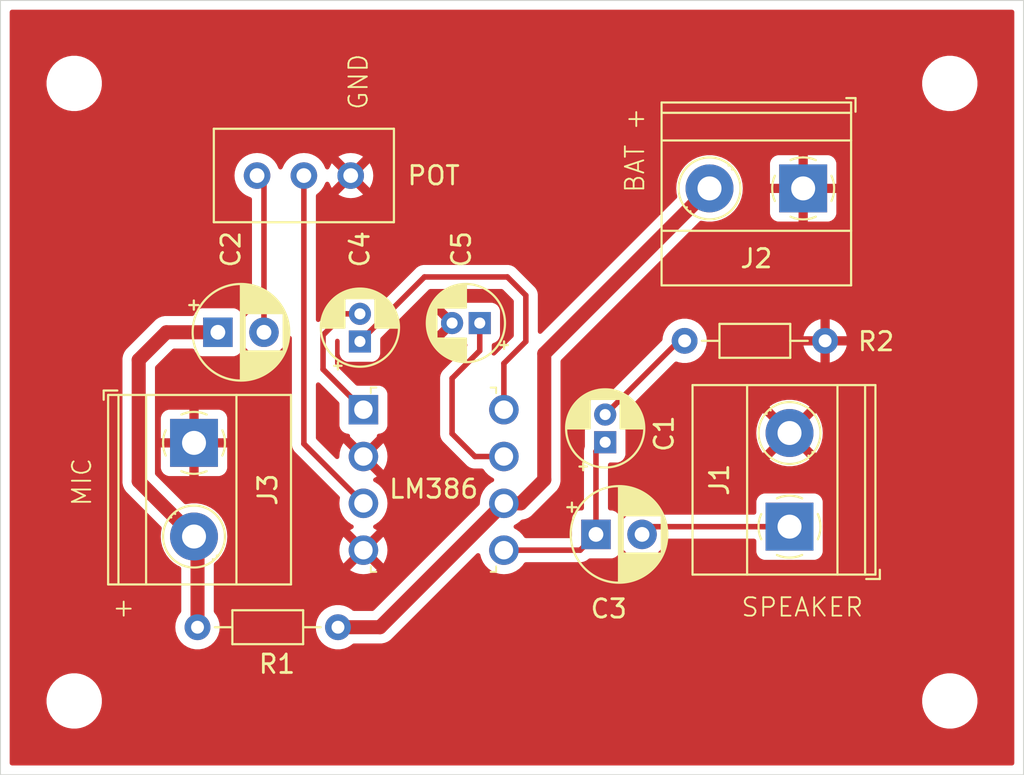
<source format=kicad_pcb>
(kicad_pcb (version 20240108) (generator "pcbnew") (generator_version "8.0")
  (title_block (title "LM386 Audio Amplifier") (date "2024-12-26") (rev "v01") (comment 4 "Autor: PUTSHU LUNGHE Samuel"))
  (layers (0 "F.Cu" signal) (31 "B.Cu" signal) (34 "B.Paste" user) (35 "F.Paste" user) (36 "B.SilkS" user "B.Silkscreen") (37 "F.SilkS" user "F.Silkscreen") (38 "B.Mask" user) (39 "F.Mask" user) (44 "Edge.Cuts" user))
  (net 0 "")
  (net 1 "Net-(C1-Pad2)")
  (net 2 "Net-(C1-Pad1)")
  (net 3 "Net-(J3-Pin_2)")
  (net 4 "Net-(C2-Pad2)")
  (net 5 "Net-(J1-Pin_1)")
  (net 6 "Net-(C4-Pad1)")
  (net 7 "Net-(C4-Pad2)")
  (net 8 "GND")
  (net 9 "Net-(U1-BYPASS)")
  (net 10 "VCC")
  (net 11 "Net-(U1-+)")
  (footprint "Resistor_THT:R_Axial_DIN0204_L3.6mm_D1.6mm_P7.62mm_Horizontal" (layer "F.Cu") (at 141.115 68.965)
    (property "Reference" "R2" (at 10.385 0.035 0) (layer "F.SilkS"))
    (property "Value" "R" (hide yes))
    (pad "1" thru_hole circle (at 0 0) (size 1.4 1.4) (drill 0.7) (layers "*.Cu" "*.Mask") (net 1 "Net-(C1-Pad2)"))
    (pad "2" thru_hole oval (at 7.62 0) (size 1.4 1.4) (drill 0.7) (layers "*.Cu" "*.Mask") (net 8 "GND"))
  )
  (footprint "TerminalBlock_Phoenix:TerminalBlock_Phoenix_MKDS-1,5-2-5.08_1x02_P5.08mm_Horizontal" (layer "F.Cu") (at 146.805 79.045 90)
    (property "Reference" "J1" (at 2.545 -3.805 90) (layer "F.SilkS"))
    (property "Value" "Screw_Terminal_01x02" (hide yes))
    (pad "1" thru_hole rect (at 0 0 90) (size 2.6 2.6) (drill 1.3) (layers "*.Cu" "*.Mask") (net 5 "Net-(J1-Pin_1)"))
    (pad "2" thru_hole circle (at 5.08 0 90) (size 2.6 2.6) (drill 1.3) (layers "*.Cu" "*.Mask") (net 8 "GND"))
  )
  (footprint "Capacitor_THT:CP_Radial_D4.0mm_P1.50mm" (layer "F.Cu") (at 136.805 74.465 90)
    (property "Reference" "C1" (at 0.465 3.195 90) (layer "F.SilkS"))
    (property "Value" "C" (hide yes))
    (pad "1" thru_hole rect (at 0 0 90) (size 1.2 1.2) (drill 0.6) (layers "*.Cu" "*.Mask") (net 2 "Net-(C1-Pad1)"))
    (pad "2" thru_hole circle (at 1.5 0 90) (size 1.2 1.2) (drill 0.6) (layers "*.Cu" "*.Mask") (net 1 "Net-(C1-Pad2)"))
  )
  (footprint "TerminalBlock_Phoenix:TerminalBlock_Phoenix_MKDS-1,5-2-5.08_1x02_P5.08mm_Horizontal" (layer "F.Cu") (at 114.5 74.5 -90)
    (property "Reference" "J3" (at 2.54 -4 90) (layer "F.SilkS"))
    (property "Value" "Screw_Terminal_01x02" (hide yes))
    (pad "1" thru_hole rect (at 0 0 270) (size 2.6 2.6) (drill 1.3) (layers "*.Cu" "*.Mask") (net 8 "GND"))
    (pad "2" thru_hole circle (at 5.08 0 270) (size 2.6 2.6) (drill 1.3) (layers "*.Cu" "*.Mask") (net 3 "Net-(J3-Pin_2)"))
  )
  (footprint "Capacitor_THT:CP_Radial_D4.0mm_P1.50mm" (layer "F.Cu") (at 130 68 180)
    (property "Reference" "C5" (at 1 4 90) (layer "F.SilkS"))
    (property "Value" "C" (hide yes))
    (pad "1" thru_hole rect (at 0 0 180) (size 1.2 1.2) (drill 0.6) (layers "*.Cu" "*.Mask") (net 9 "Net-(U1-BYPASS)"))
    (pad "2" thru_hole circle (at 1.5 0 180) (size 1.2 1.2) (drill 0.6) (layers "*.Cu" "*.Mask") (net 8 "GND"))
  )
  (footprint "Capacitor_THT:CP_Radial_D4.0mm_P1.50mm" (layer "F.Cu") (at 123.5 69 90)
    (property "Reference" "C4" (at 5 0 90) (layer "F.SilkS"))
    (property "Value" "C")
    (pad "1" thru_hole rect (at 0 0 90) (size 1.2 1.2) (drill 0.6) (layers "*.Cu" "*.Mask") (net 6 "Net-(C4-Pad1)"))
    (pad "2" thru_hole circle (at 1.5 0 90) (size 1.2 1.2) (drill 0.6) (layers "*.Cu" "*.Mask") (net 7 "Net-(C4-Pad2)"))
  )
  (footprint "MountingHole:MountingHole_2.5mm" (layer "F.Cu") (at 108 88.5)
    (property "Reference" "H1" (hide yes))
    (property "Value" "MountingHole" (hide yes))
    (pad "" np_thru_hole circle (at 0 0) (size 2.5 2.5) (drill 2.5) (layers "*.Cu" "*.Mask"))
  )
  (footprint "MountingHole:MountingHole_2.5mm" (layer "F.Cu") (at 155.5 55)
    (property "Reference" "H3" (hide yes))
    (property "Value" "MountingHole" (hide yes))
    (pad "" np_thru_hole circle (at 0 0) (size 2.5 2.5) (drill 2.5) (layers "*.Cu" "*.Mask"))
  )
  (footprint "MountingHole:MountingHole_2.5mm" (layer "F.Cu") (at 155.5 88.5)
    (property "Reference" "H2" (hide yes))
    (property "Value" "MountingHole" (hide yes))
    (pad "" np_thru_hole circle (at 0 0) (size 2.5 2.5) (drill 2.5) (layers "*.Cu" "*.Mask"))
  )
  (footprint "TerminalBlock_Phoenix:TerminalBlock_Phoenix_MKDS-1,5-2-5.08_1x02_P5.08mm_Horizontal" (layer "F.Cu") (at 147.545 60.695 180)
    (property "Reference" "J2" (at 2.54 -3.805 360) (layer "F.SilkS"))
    (property "Value" "Screw_Terminal_01x02" (hide yes))
    (pad "1" thru_hole rect (at 0 0 180) (size 2.6 2.6) (drill 1.3) (layers "*.Cu" "*.Mask") (net 8 "GND"))
    (pad "2" thru_hole circle (at 5.08 0 180) (size 2.6 2.6) (drill 1.3) (layers "*.Cu" "*.Mask") (net 10 "VCC"))
  )
  (footprint "DigiKey:DIP-8_W7.62mm" (layer "F.Cu") (at 123.69 72.7)
    (property "Reference" "LM386" (at 3.81 4.3 0) (layer "F.SilkS"))
    (property "Value" "LM386")
    (pad "1" thru_hole rect (at 0 0) (size 1.6 1.6) (drill 1) (layers "*.Cu" "*.Mask") (net 7 "Net-(C4-Pad2)"))
    (pad "2" thru_hole circle (at 0 2.54) (size 1.6 1.6) (drill 1) (layers "*.Cu" "*.Mask") (net 8 "GND"))
    (pad "3" thru_hole circle (at 0 5.08) (size 1.6 1.6) (drill 1) (layers "*.Cu" "*.Mask") (net 11 "Net-(U1-+)"))
    (pad "4" thru_hole circle (at 0 7.62) (size 1.6 1.6) (drill 1) (layers "*.Cu" "*.Mask") (net 8 "GND"))
    (pad "5" thru_hole circle (at 7.62 7.62) (size 1.6 1.6) (drill 1) (layers "*.Cu" "*.Mask") (net 2 "Net-(C1-Pad1)"))
    (pad "6" thru_hole circle (at 7.62 5.08) (size 1.6 1.6) (drill 1) (layers "*.Cu" "*.Mask") (net 10 "VCC"))
    (pad "7" thru_hole circle (at 7.62 2.54) (size 1.6 1.6) (drill 1) (layers "*.Cu" "*.Mask") (net 9 "Net-(U1-BYPASS)"))
    (pad "8" thru_hole circle (at 7.62 0) (size 1.6 1.6) (drill 1) (layers "*.Cu" "*.Mask") (net 6 "Net-(C4-Pad1)"))
  )
  (footprint "MountingHole:MountingHole_2.5mm" (layer "F.Cu") (at 108 55)
    (property "Reference" "H4" (hide yes))
    (property "Value" "MountingHole" (hide yes))
    (pad "" np_thru_hole circle (at 0 0) (size 2.5 2.5) (drill 2.5) (layers "*.Cu" "*.Mask"))
  )
  (footprint "Potentiometer_THT:Potentiometer_Bourns_3296W_Vertical" (layer "F.Cu") (at 117.92 60 180)
    (property "Reference" "POT" (at -9.58 0 0) (layer "F.SilkS"))
    (property "Value" "R_Potentiometer" (hide yes))
    (pad "1" thru_hole circle (at 0 0 180) (size 1.44 1.44) (drill 0.8) (layers "*.Cu" "*.Mask") (net 4 "Net-(C2-Pad2)"))
    (pad "2" thru_hole circle (at -2.54 0 180) (size 1.44 1.44) (drill 0.8) (layers "*.Cu" "*.Mask") (net 11 "Net-(U1-+)"))
    (pad "3" thru_hole circle (at -5.08 0 180) (size 1.44 1.44) (drill 0.8) (layers "*.Cu" "*.Mask") (net 8 "GND"))
  )
  (footprint "Capacitor_THT:CP_Radial_D5.0mm_P2.50mm" (layer "F.Cu") (at 136.305 79.465)
    (property "Reference" "C3" (at 0.695 4.035 0) (layer "F.SilkS"))
    (property "Value" "C_Polarized_Small_US" (hide yes))
    (pad "1" thru_hole rect (at 0 0) (size 1.6 1.6) (drill 0.8) (layers "*.Cu" "*.Mask") (net 2 "Net-(C1-Pad1)"))
    (pad "2" thru_hole circle (at 2.5 0) (size 1.6 1.6) (drill 0.8) (layers "*.Cu" "*.Mask") (net 5 "Net-(J1-Pin_1)"))
  )
  (footprint "Capacitor_THT:CP_Radial_D5.0mm_P2.50mm" (layer "F.Cu") (at 115.794888 68.5)
    (property "Reference" "C2" (at 0.705112 -4.5 90) (layer "F.SilkS"))
    (property "Value" "C_Polarized_Small_US" (hide yes))
    (pad "1" thru_hole rect (at 0 0) (size 1.6 1.6) (drill 0.8) (layers "*.Cu" "*.Mask") (net 3 "Net-(J3-Pin_2)"))
    (pad "2" thru_hole circle (at 2.5 0) (size 1.6 1.6) (drill 0.8) (layers "*.Cu" "*.Mask") (net 4 "Net-(C2-Pad2)"))
  )
  (footprint "Resistor_THT:R_Axial_DIN0204_L3.6mm_D1.6mm_P7.62mm_Horizontal" (layer "F.Cu") (at 122.31 84.5 180)
    (property "Reference" "R1" (at 3.31 -2 0) (layer "F.SilkS"))
    (property "Value" "R" (hide yes))
    (pad "1" thru_hole circle (at 0 0 180) (size 1.4 1.4) (drill 0.7) (layers "*.Cu" "*.Mask") (net 10 "VCC"))
    (pad "2" thru_hole oval (at 7.62 0 180) (size 1.4 1.4) (drill 0.7) (layers "*.Cu" "*.Mask") (net 3 "Net-(J3-Pin_2)"))
  )
  (gr_rect (start 104 50.5) (end 159.5 92.5) (stroke (width 0.05)) (fill none) (layer "Edge.Cuts"))
  (gr_text "GND" (at 124 56.5 90) (layer "F.SilkS") (effects (font (size 1 1) (thickness 0.1)) (justify left bottom)))
  (gr_text "SPEAKER" (at 147.5 84 0) (layer "F.SilkS") (effects (font (size 1 1) (thickness 0.1)) (justify bottom)))
  (gr_text "+" (at 110 84 0) (layer "F.SilkS") (effects (font (size 1 1) (thickness 0.1)) (justify left bottom)))
  (gr_text "MIC" (at 109 78 90) (layer "F.SilkS") (effects (font (size 1 1) (thickness 0.1)) (justify left bottom)))
  (gr_text "BAT +" (at 139 61 90) (layer "F.SilkS") (effects (font (size 1 1) (thickness 0.1)) (justify left bottom)))
  (segment (start 136.805 72.965) (end 140.805 68.965) (width 0.3) (layer "F.Cu") (net 1))
  (segment (start 140.805 68.965) (end 141.115 68.965) (width 0.3) (layer "F.Cu") (net 1))
  (segment (start 136.305 74.965) (end 136.805 74.465) (width 0.3) (layer "F.Cu") (net 2))
  (segment (start 131.31 80.32) (end 135.45 80.32) (width 0.3) (layer "F.Cu") (net 2))
  (segment (start 135.45 80.32) (end 136.305 79.465) (width 0.3) (layer "F.Cu") (net 2))
  (segment (start 136.305 79.465) (end 136.305 74.965) (width 0.3) (layer "F.Cu") (net 2))
  (segment (start 115.794888 68.5) (end 113 68.5) (width 0.762) (layer "F.Cu") (net 3))
  (segment (start 114.69 84.5) (end 114.69 79.77) (width 0.762) (layer "F.Cu") (net 3))
  (segment (start 111.5 70) (end 111.5 76.58) (width 0.762) (layer "F.Cu") (net 3))
  (segment (start 114.69 79.77) (end 114.5 79.58) (width 0.762) (layer "F.Cu") (net 3))
  (segment (start 113 68.5) (end 111.5 70) (width 0.762) (layer "F.Cu") (net 3))
  (segment (start 111.5 76.58) (end 114.5 79.58) (width 0.762) (layer "F.Cu") (net 3))
  (segment (start 118.294888 60.374888) (end 117.92 60) (width 0.3) (layer "F.Cu") (net 4))
  (segment (start 118.294888 68.5) (end 118.294888 60.374888) (width 0.3) (layer "F.Cu") (net 4))
  (segment (start 146.805 79.045) (end 139.225 79.045) (width 0.3) (layer "F.Cu") (net 5))
  (segment (start 139.225 79.045) (end 138.805 79.465) (width 0.3) (layer "F.Cu") (net 5))
  (segment (start 131.5 65.5) (end 132.5 66.5) (width 0.3) (layer "F.Cu") (net 6))
  (segment (start 127 65.5) (end 131.5 65.5) (width 0.3) (layer "F.Cu") (net 6))
  (segment (start 123.5 69) (end 127 65.5) (width 0.3) (layer "F.Cu") (net 6))
  (segment (start 131.31 70.19) (end 131.31 72.7) (width 0.3) (layer "F.Cu") (net 6))
  (segment (start 132.5 66.5) (end 132.5 69) (width 0.3) (layer "F.Cu") (net 6))
  (segment (start 132.5 69) (end 131.31 70.19) (width 0.3) (layer "F.Cu") (net 6))
  (segment (start 122.651472 67.5) (end 123.5 67.5) (width 0.3) (layer "F.Cu") (net 7))
  (segment (start 121.5 68.651472) (end 122.651472 67.5) (width 0.3) (layer "F.Cu") (net 7))
  (segment (start 121.5 70.51) (end 121.5 68.651472) (width 0.3) (layer "F.Cu") (net 7))
  (segment (start 123.69 72.7) (end 121.5 70.51) (width 0.3) (layer "F.Cu") (net 7))
  (segment (start 130 68) (end 130 69.5) (width 0.3) (layer "F.Cu") (net 9))
  (segment (start 128.5 71) (end 128.5 74) (width 0.3) (layer "F.Cu") (net 9))
  (segment (start 130 69.5) (end 128.5 71) (width 0.3) (layer "F.Cu") (net 9))
  (segment (start 129.74 75.24) (end 131.31 75.24) (width 0.3) (layer "F.Cu") (net 9))
  (segment (start 128.5 74) (end 129.74 75.24) (width 0.3) (layer "F.Cu") (net 9))
  (segment (start 133.5 69.66) (end 142.465 60.695) (width 0.762) (layer "F.Cu") (net 10))
  (segment (start 131.31 77.78) (end 132.22 77.78) (width 0.762) (layer "F.Cu") (net 10))
  (segment (start 131.31 77.78) (end 124.59 84.5) (width 0.762) (layer "F.Cu") (net 10))
  (segment (start 133.5 76.5) (end 133.5 69.66) (width 0.762) (layer "F.Cu") (net 10))
  (segment (start 124.59 84.5) (end 122.31 84.5) (width 0.762) (layer "F.Cu") (net 10))
  (segment (start 132.22 77.78) (end 133.5 76.5) (width 0.762) (layer "F.Cu") (net 10))
  (segment (start 120.46 74.55) (end 123.69 77.78) (width 0.3) (layer "F.Cu") (net 11))
  (segment (start 120.46 60) (end 120.46 74.55) (width 0.3) (layer "F.Cu") (net 11))
  (zone (net 8) (net_name "GND") (layer "F.Cu") (connect_pads (clearance 0.5)) (min_thickness 0.25) (fill yes (thermal_gap 0.5) (thermal_bridge_width 0.5))
    (polygon (pts (xy 104 50.5) (xy 159.5 50.5) (xy 159.5 92.5) (xy 104 92.5)))
  )
)
</source>
